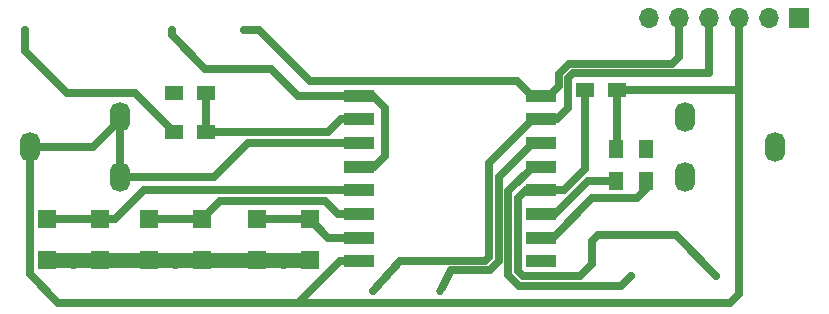
<source format=gtl>
G04 #@! TF.GenerationSoftware,KiCad,Pcbnew,5.0.0-rc2-dev-unknown-r12647-81843c37*
G04 #@! TF.CreationDate,2018-05-28T15:16:23-04:00*
G04 #@! TF.ProjectId,Peapod PCB,506561706F64205043422E6B69636164,rev?*
G04 #@! TF.SameCoordinates,Original*
G04 #@! TF.FileFunction,Copper,L1,Top,Signal*
G04 #@! TF.FilePolarity,Positive*
%FSLAX46Y46*%
G04 Gerber Fmt 4.6, Leading zero omitted, Abs format (unit mm)*
G04 Created by KiCad (PCBNEW 5.0.0-rc2-dev-unknown-r12647-81843c37) date Mon May 28 15:16:23 2018*
%MOMM*%
%LPD*%
G01*
G04 APERTURE LIST*
%ADD10O,1.711200X2.540000*%
%ADD11R,2.500000X1.100000*%
%ADD12R,1.500000X1.500000*%
%ADD13R,1.700000X1.700000*%
%ADD14O,1.700000X1.700000*%
%ADD15R,1.500000X1.300000*%
%ADD16R,1.300000X1.500000*%
%ADD17C,0.685800*%
%ADD18C,0.635000*%
%ADD19C,1.270000*%
G04 APERTURE END LIST*
D10*
X156340000Y-39370000D03*
X163960000Y-41910000D03*
X163960000Y-36830000D03*
X219460000Y-39370000D03*
X211840000Y-36830000D03*
X211840000Y-41910000D03*
D11*
X184212000Y-35052000D03*
X184212000Y-37052000D03*
X184212000Y-39052000D03*
X184212000Y-41052000D03*
X184212000Y-43052000D03*
X184212000Y-45052000D03*
X184212000Y-47052000D03*
X184212000Y-49052000D03*
X199612000Y-49052000D03*
X199612000Y-47052000D03*
X199612000Y-45052000D03*
X199612000Y-43052000D03*
X199612000Y-41052000D03*
X199612000Y-39052000D03*
X199612000Y-37052000D03*
X199612000Y-35052000D03*
D12*
X170881000Y-48994000D03*
X166431000Y-48994000D03*
X170881000Y-45494000D03*
X166431000Y-45494000D03*
X162245000Y-48994000D03*
X157795000Y-48994000D03*
X162245000Y-45494000D03*
X157795000Y-45494000D03*
X180025000Y-48994000D03*
X175575000Y-48994000D03*
X180025000Y-45494000D03*
X175575000Y-45494000D03*
D13*
X221488000Y-28448000D03*
D14*
X218948000Y-28448000D03*
X216408000Y-28448000D03*
X213868000Y-28448000D03*
X211328000Y-28448000D03*
X208788000Y-28448000D03*
D15*
X171276000Y-38100000D03*
X168576000Y-38100000D03*
X171276000Y-34798000D03*
X168576000Y-34798000D03*
D16*
X205994000Y-39544000D03*
X205994000Y-42244000D03*
D15*
X203374000Y-34544000D03*
X206074000Y-34544000D03*
D16*
X208534000Y-42244000D03*
X208534000Y-39544000D03*
D17*
X198882000Y-49022000D03*
X168402000Y-34798000D03*
X177800000Y-49022000D03*
X168656000Y-49022000D03*
X160020000Y-49022000D03*
X208534000Y-39370000D03*
X155956000Y-29464000D03*
X168354000Y-29464000D03*
X185420000Y-51562000D03*
X174498000Y-29464000D03*
X191096000Y-51566000D03*
X207264000Y-50292000D03*
X214424000Y-50292000D03*
D18*
X163960000Y-41910000D02*
X171958000Y-41910000D01*
X171958000Y-41910000D02*
X174816000Y-39052000D01*
X174816000Y-39052000D02*
X184912000Y-39052000D01*
X184912000Y-49052000D02*
X182596000Y-49052000D01*
X182596000Y-49052000D02*
X179070000Y-52578000D01*
X206074000Y-34544000D02*
X216408000Y-34544000D01*
X216408000Y-34544000D02*
X216408000Y-34214000D01*
X156340000Y-39370000D02*
X156340000Y-50168000D01*
X216408000Y-36068000D02*
X216408000Y-34214000D01*
X156340000Y-50168000D02*
X158750000Y-52578000D01*
X158750000Y-52578000D02*
X179070000Y-52578000D01*
X179070000Y-52578000D02*
X215646000Y-52578000D01*
X215646000Y-52578000D02*
X216408000Y-51816000D01*
X216408000Y-51816000D02*
X216408000Y-36068000D01*
X216408000Y-34214000D02*
X216408000Y-28448000D01*
X206074000Y-34544000D02*
X206074000Y-39464000D01*
X206074000Y-39464000D02*
X205994000Y-39544000D01*
X156340000Y-39370000D02*
X156340000Y-39748000D01*
X156340000Y-39370000D02*
X161674000Y-39370000D01*
X161674000Y-39370000D02*
X163960000Y-37084000D01*
X163960000Y-37084000D02*
X163960000Y-41910000D01*
D19*
X180025000Y-48994000D02*
X177828000Y-48994000D01*
X177772000Y-48994000D02*
X177800000Y-49022000D01*
X177772000Y-48994000D02*
X175575000Y-48994000D01*
X177828000Y-48994000D02*
X177800000Y-49022000D01*
X170881000Y-48994000D02*
X175575000Y-48994000D01*
X170881000Y-48994000D02*
X168684000Y-48994000D01*
X168628000Y-48994000D02*
X168656000Y-49022000D01*
X168628000Y-48994000D02*
X166431000Y-48994000D01*
X168684000Y-48994000D02*
X168656000Y-49022000D01*
X162245000Y-48994000D02*
X166431000Y-48994000D01*
X162245000Y-48994000D02*
X160048000Y-48994000D01*
X159992000Y-48994000D02*
X157795000Y-48994000D01*
X159992000Y-48994000D02*
X160020000Y-49022000D01*
X160048000Y-48994000D02*
X160020000Y-49022000D01*
D18*
X184912000Y-45052000D02*
X182466000Y-45052000D01*
X172433000Y-43942000D02*
X170881000Y-45494000D01*
X181356000Y-43942000D02*
X172433000Y-43942000D01*
X182466000Y-45052000D02*
X181356000Y-43942000D01*
X166431000Y-45494000D02*
X170881000Y-45494000D01*
X162245000Y-45494000D02*
X163548000Y-45494000D01*
X165990000Y-43052000D02*
X184912000Y-43052000D01*
X163548000Y-45494000D02*
X165990000Y-43052000D01*
X157795000Y-45494000D02*
X162245000Y-45494000D01*
X175575000Y-45494000D02*
X180025000Y-45494000D01*
X180025000Y-45494000D02*
X181583000Y-47052000D01*
X181583000Y-47052000D02*
X184912000Y-47052000D01*
X168576000Y-38100000D02*
X165274000Y-34798000D01*
X159512000Y-34798000D02*
X165274000Y-34798000D01*
X155956000Y-31242000D02*
X159512000Y-34798000D01*
X155956000Y-31242000D02*
X155956000Y-29464000D01*
X184912000Y-35052000D02*
X181864000Y-35052000D01*
X179578000Y-35052000D02*
X181864000Y-35052000D01*
X179070000Y-35052000D02*
X179578000Y-35052000D01*
X176784000Y-32766000D02*
X179070000Y-35052000D01*
X171196000Y-32766000D02*
X176784000Y-32766000D01*
X168354000Y-29924000D02*
X171196000Y-32766000D01*
X168354000Y-29924000D02*
X168354000Y-29464000D01*
X184912000Y-41052000D02*
X185516000Y-41052000D01*
X186436000Y-36068000D02*
X185420000Y-35052000D01*
X186436000Y-40132000D02*
X186436000Y-36068000D01*
X185516000Y-41052000D02*
X186436000Y-40132000D01*
X185420000Y-35052000D02*
X184912000Y-35052000D01*
X198912000Y-37052000D02*
X195220000Y-40744000D01*
X195220000Y-48680000D02*
X195220000Y-40744000D01*
X194890000Y-49010000D02*
X195220000Y-48680000D01*
X187718000Y-49010000D02*
X194890000Y-49010000D01*
X187718000Y-49010000D02*
X185420000Y-51562000D01*
X198912000Y-37052000D02*
X198660000Y-37052000D01*
X213868000Y-28448000D02*
X213868000Y-33147000D01*
X213868000Y-33147000D02*
X213868000Y-33020000D01*
X213868000Y-33020000D02*
X213868000Y-33147000D01*
X198912000Y-37052000D02*
X200946000Y-37052000D01*
X202311000Y-33147000D02*
X213868000Y-33147000D01*
X201930000Y-33528000D02*
X202311000Y-33147000D01*
X201930000Y-36068000D02*
X201930000Y-33528000D01*
X200946000Y-37052000D02*
X201930000Y-36068000D01*
X198882000Y-35052000D02*
X197612000Y-33782000D01*
X180086000Y-33782000D02*
X197612000Y-33782000D01*
X175768000Y-29464000D02*
X180086000Y-33782000D01*
X175768000Y-29464000D02*
X174498000Y-29464000D01*
X198912000Y-35052000D02*
X200279000Y-35052000D01*
X200279000Y-35052000D02*
X201142598Y-34188402D01*
X211328000Y-31750000D02*
X211328000Y-28448000D01*
X210718402Y-32359598D02*
X211328000Y-31750000D01*
X201955402Y-32359598D02*
X210718402Y-32359598D01*
X201142598Y-33172402D02*
X201955402Y-32359598D01*
X201142598Y-34188402D02*
X201142598Y-33172402D01*
X198912000Y-35052000D02*
X199771000Y-35052000D01*
X198912000Y-35052000D02*
X199898000Y-35052000D01*
X198882000Y-35052000D02*
X198912000Y-35052000D01*
X198912000Y-39052000D02*
X196020000Y-41944000D01*
X196020000Y-49080000D02*
X196020000Y-41944000D01*
X195290000Y-49810000D02*
X196020000Y-49080000D01*
X191998000Y-49810000D02*
X195290000Y-49810000D01*
X191998000Y-49810000D02*
X191262000Y-51308000D01*
X198912000Y-41052000D02*
X196840000Y-43124000D01*
X196840000Y-50230000D02*
X196840000Y-43124000D01*
X197740000Y-51130000D02*
X196840000Y-50230000D01*
X206426000Y-51130000D02*
X197740000Y-51130000D01*
X206426000Y-51130000D02*
X207264000Y-50292000D01*
X198912000Y-43052000D02*
X198308000Y-43052000D01*
X197650000Y-43710000D02*
X198308000Y-43052000D01*
X197650000Y-49900000D02*
X197650000Y-43710000D01*
X198060000Y-50310000D02*
X197650000Y-49900000D01*
X202940000Y-50310000D02*
X198060000Y-50310000D01*
X203970000Y-49280000D02*
X202940000Y-50310000D01*
X203970000Y-47390000D02*
X203970000Y-49280000D01*
X204480000Y-46880000D02*
X203970000Y-47390000D01*
X211012000Y-46880000D02*
X204480000Y-46880000D01*
X211012000Y-46880000D02*
X214424000Y-50292000D01*
X198912000Y-43052000D02*
X201550000Y-43052000D01*
X203374000Y-41228000D02*
X203374000Y-34544000D01*
X201550000Y-43052000D02*
X203374000Y-41228000D01*
X171276000Y-38100000D02*
X181610000Y-38100000D01*
X181610000Y-38100000D02*
X182658000Y-37052000D01*
X182658000Y-37052000D02*
X184912000Y-37052000D01*
X171276000Y-34798000D02*
X171276000Y-38100000D01*
X205994000Y-42244000D02*
X203628000Y-42244000D01*
X203628000Y-42244000D02*
X200820000Y-45052000D01*
X200820000Y-45052000D02*
X198912000Y-45052000D01*
X208534000Y-42244000D02*
X208534000Y-42926000D01*
X208534000Y-42926000D02*
X207772000Y-43688000D01*
X207772000Y-43688000D02*
X203962000Y-43688000D01*
X203962000Y-43688000D02*
X200598000Y-47052000D01*
X200598000Y-47052000D02*
X198912000Y-47052000D01*
M02*

</source>
